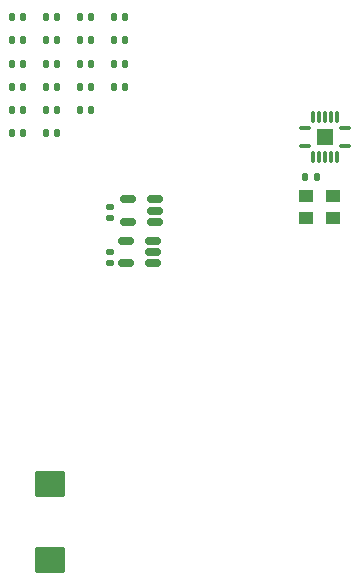
<source format=gbr>
%TF.GenerationSoftware,KiCad,Pcbnew,7.0.7+dfsg-1*%
%TF.CreationDate,2024-03-25T16:35:43+01:00*%
%TF.ProjectId,bitaxeUltra-asic,62697461-7865-4556-9c74-72612d617369,rev?*%
%TF.SameCoordinates,Original*%
%TF.FileFunction,Paste,Top*%
%TF.FilePolarity,Positive*%
%FSLAX46Y46*%
G04 Gerber Fmt 4.6, Leading zero omitted, Abs format (unit mm)*
G04 Created by KiCad (PCBNEW 7.0.7+dfsg-1) date 2024-03-25 16:35:43*
%MOMM*%
%LPD*%
G01*
G04 APERTURE LIST*
G04 Aperture macros list*
%AMRoundRect*
0 Rectangle with rounded corners*
0 $1 Rounding radius*
0 $2 $3 $4 $5 $6 $7 $8 $9 X,Y pos of 4 corners*
0 Add a 4 corners polygon primitive as box body*
4,1,4,$2,$3,$4,$5,$6,$7,$8,$9,$2,$3,0*
0 Add four circle primitives for the rounded corners*
1,1,$1+$1,$2,$3*
1,1,$1+$1,$4,$5*
1,1,$1+$1,$6,$7*
1,1,$1+$1,$8,$9*
0 Add four rect primitives between the rounded corners*
20,1,$1+$1,$2,$3,$4,$5,0*
20,1,$1+$1,$4,$5,$6,$7,0*
20,1,$1+$1,$6,$7,$8,$9,0*
20,1,$1+$1,$8,$9,$2,$3,0*%
G04 Aperture macros list end*
%ADD10C,0.010000*%
%ADD11RoundRect,0.140000X-0.140000X-0.170000X0.140000X-0.170000X0.140000X0.170000X-0.140000X0.170000X0*%
%ADD12RoundRect,0.150000X0.512500X0.150000X-0.512500X0.150000X-0.512500X-0.150000X0.512500X-0.150000X0*%
%ADD13RoundRect,0.140000X0.170000X-0.140000X0.170000X0.140000X-0.170000X0.140000X-0.170000X-0.140000X0*%
%ADD14RoundRect,0.007800X0.442200X0.122200X-0.442200X0.122200X-0.442200X-0.122200X0.442200X-0.122200X0*%
%ADD15RoundRect,0.007800X-0.122200X0.442200X-0.122200X-0.442200X0.122200X-0.442200X0.122200X0.442200X0*%
%ADD16R,1.300000X1.100000*%
%ADD17RoundRect,0.250000X1.025000X-0.875000X1.025000X0.875000X-1.025000X0.875000X-1.025000X-0.875000X0*%
%ADD18RoundRect,0.140000X-0.170000X0.140000X-0.170000X-0.140000X0.170000X-0.140000X0.170000X0.140000X0*%
%ADD19RoundRect,0.135000X0.135000X0.185000X-0.135000X0.185000X-0.135000X-0.185000X0.135000X-0.185000X0*%
G04 APERTURE END LIST*
%TO.C,U2*%
D10*
X159815000Y-73455000D02*
X158515000Y-73455000D01*
X158515000Y-72155000D01*
X159815000Y-72155000D01*
X159815000Y-73455000D01*
G36*
X159815000Y-73455000D02*
G01*
X158515000Y-73455000D01*
X158515000Y-72155000D01*
X159815000Y-72155000D01*
X159815000Y-73455000D01*
G37*
%TD*%
D11*
%TO.C,C8*%
X135540000Y-64640000D03*
X136500000Y-64640000D03*
%TD*%
%TO.C,C3*%
X132670000Y-66610000D03*
X133630000Y-66610000D03*
%TD*%
D12*
%TO.C,U6*%
X144780000Y-80010000D03*
X144780000Y-79060000D03*
X144780000Y-78110000D03*
X142505000Y-78110000D03*
X142505000Y-80010000D03*
%TD*%
D11*
%TO.C,C9*%
X135540000Y-66610000D03*
X136500000Y-66610000D03*
%TD*%
%TO.C,C12*%
X135540000Y-72520000D03*
X136500000Y-72520000D03*
%TD*%
D13*
%TO.C,C25*%
X140970000Y-79700000D03*
X140970000Y-78740000D03*
%TD*%
D11*
%TO.C,C23*%
X141280000Y-66610000D03*
X142240000Y-66610000D03*
%TD*%
%TO.C,C10*%
X135540000Y-68580000D03*
X136500000Y-68580000D03*
%TD*%
%TO.C,C15*%
X138410000Y-64640000D03*
X139370000Y-64640000D03*
%TD*%
D14*
%TO.C,U2*%
X160850000Y-72055000D03*
D15*
X160165000Y-71120000D03*
X159665000Y-71120000D03*
X159165000Y-71120000D03*
X158665000Y-71120000D03*
X158165000Y-71120000D03*
D14*
X157480000Y-72055000D03*
X157480000Y-73555000D03*
D15*
X158165000Y-74490000D03*
X158665000Y-74490000D03*
X159165000Y-74490000D03*
X159665000Y-74490000D03*
X160165000Y-74490000D03*
D14*
X160850000Y-73555000D03*
%TD*%
D11*
%TO.C,C2*%
X132670000Y-64640000D03*
X133630000Y-64640000D03*
%TD*%
%TO.C,C18*%
X138410000Y-70550000D03*
X139370000Y-70550000D03*
%TD*%
%TO.C,C1*%
X132670000Y-62670000D03*
X133630000Y-62670000D03*
%TD*%
%TO.C,C11*%
X135540000Y-70550000D03*
X136500000Y-70550000D03*
%TD*%
%TO.C,C24*%
X141280000Y-68580000D03*
X142240000Y-68580000D03*
%TD*%
%TO.C,C14*%
X138410000Y-62670000D03*
X139370000Y-62670000D03*
%TD*%
%TO.C,C20*%
X141280000Y-62670000D03*
X142240000Y-62670000D03*
%TD*%
D16*
%TO.C,U1*%
X159900000Y-77790000D03*
X157600000Y-77790000D03*
X157600000Y-79690000D03*
X159900000Y-79690000D03*
%TD*%
D17*
%TO.C,C13*%
X135890000Y-108610000D03*
X135890000Y-102210000D03*
%TD*%
D11*
%TO.C,C16*%
X139370000Y-66610000D03*
X138410000Y-66610000D03*
%TD*%
%TO.C,C4*%
X132670000Y-68580000D03*
X133630000Y-68580000D03*
%TD*%
D18*
%TO.C,C19*%
X140970000Y-82550000D03*
X140970000Y-83510000D03*
%TD*%
D19*
%TO.C,R6*%
X158500000Y-76200000D03*
X157480000Y-76200000D03*
%TD*%
D11*
%TO.C,C7*%
X135540000Y-62670000D03*
X136500000Y-62670000D03*
%TD*%
%TO.C,C17*%
X138410000Y-68580000D03*
X139370000Y-68580000D03*
%TD*%
%TO.C,C6*%
X132670000Y-72520000D03*
X133630000Y-72520000D03*
%TD*%
D12*
%TO.C,U5*%
X144647500Y-83500000D03*
X144647500Y-82550000D03*
X144647500Y-81600000D03*
X142372500Y-81600000D03*
X142372500Y-83500000D03*
%TD*%
D11*
%TO.C,C5*%
X132670000Y-70550000D03*
X133630000Y-70550000D03*
%TD*%
%TO.C,C22*%
X141280000Y-64640000D03*
X142240000Y-64640000D03*
%TD*%
M02*

</source>
